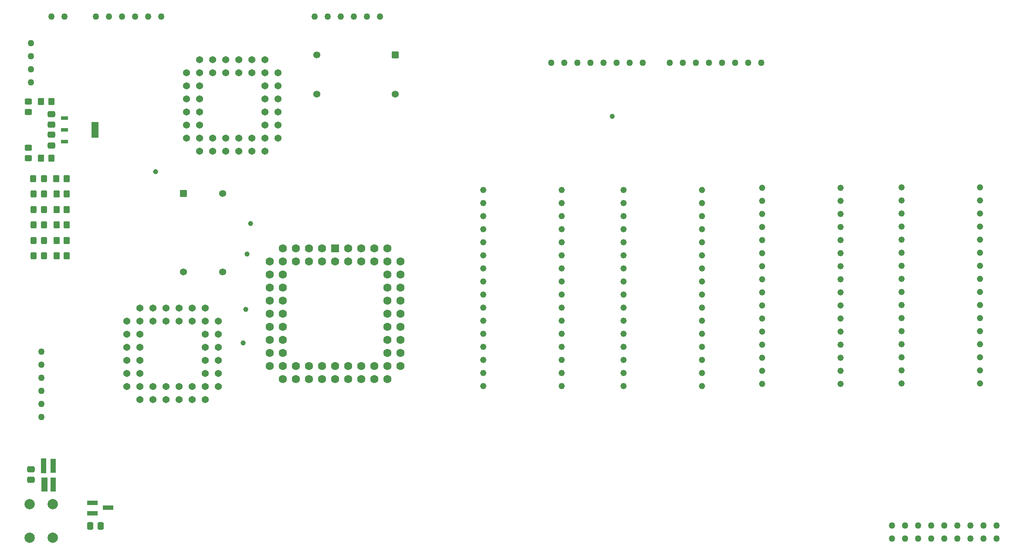
<source format=gbr>
%TF.GenerationSoftware,KiCad,Pcbnew,(6.0.0)*%
%TF.CreationDate,2024-06-19T19:19:11-04:00*%
%TF.ProjectId,MCD_Rev2,4d43445f-5265-4763-922e-6b696361645f,rev?*%
%TF.SameCoordinates,Original*%
%TF.FileFunction,Soldermask,Top*%
%TF.FilePolarity,Negative*%
%FSLAX46Y46*%
G04 Gerber Fmt 4.6, Leading zero omitted, Abs format (unit mm)*
G04 Created by KiCad (PCBNEW (6.0.0)) date 2024-06-19 19:19:11*
%MOMM*%
%LPD*%
G01*
G04 APERTURE LIST*
G04 Aperture macros list*
%AMRoundRect*
0 Rectangle with rounded corners*
0 $1 Rounding radius*
0 $2 $3 $4 $5 $6 $7 $8 $9 X,Y pos of 4 corners*
0 Add a 4 corners polygon primitive as box body*
4,1,4,$2,$3,$4,$5,$6,$7,$8,$9,$2,$3,0*
0 Add four circle primitives for the rounded corners*
1,1,$1+$1,$2,$3*
1,1,$1+$1,$4,$5*
1,1,$1+$1,$6,$7*
1,1,$1+$1,$8,$9*
0 Add four rect primitives between the rounded corners*
20,1,$1+$1,$2,$3,$4,$5,0*
20,1,$1+$1,$4,$5,$6,$7,0*
20,1,$1+$1,$6,$7,$8,$9,0*
20,1,$1+$1,$8,$9,$2,$3,0*%
%AMOutline4P*
0 Free polygon, 4 corners , with rotation*
0 The origin of the aperture is its center*
0 number of corners: always 4*
0 $1 to $8 corner X, Y*
0 $9 Rotation angle, in degrees counterclockwise*
0 create outline with 4 corners*
4,1,4,$1,$2,$3,$4,$5,$6,$7,$8,$1,$2,$9*%
G04 Aperture macros list end*
%ADD10C,1.000000*%
%ADD11C,1.270000*%
%ADD12R,2.032000X0.878794*%
%ADD13R,2.032000X0.878796*%
%ADD14R,2.032000X0.965200*%
%ADD15RoundRect,0.250000X-0.325000X-0.450000X0.325000X-0.450000X0.325000X0.450000X-0.325000X0.450000X0*%
%ADD16C,1.244600*%
%ADD17RoundRect,0.250000X0.350000X0.450000X-0.350000X0.450000X-0.350000X-0.450000X0.350000X-0.450000X0*%
%ADD18RoundRect,0.250000X0.450000X-0.325000X0.450000X0.325000X-0.450000X0.325000X-0.450000X-0.325000X0*%
%ADD19R,1.200000X2.800000*%
%ADD20R,1.000000X2.800000*%
%ADD21Outline4P,-0.500000X-1.400000X0.500000X-1.400000X0.500000X1.400000X-0.500000X1.400000X0.000000*%
%ADD22C,2.000000*%
%ADD23R,1.456400X0.800000*%
%ADD24R,1.456400X3.099999*%
%ADD25C,1.371600*%
%ADD26RoundRect,0.250000X0.475000X-0.337500X0.475000X0.337500X-0.475000X0.337500X-0.475000X-0.337500X0*%
%ADD27RoundRect,0.102000X0.579000X0.579000X-0.579000X0.579000X-0.579000X-0.579000X0.579000X-0.579000X0*%
%ADD28C,1.362000*%
%ADD29RoundRect,0.250000X-0.475000X0.337500X-0.475000X-0.337500X0.475000X-0.337500X0.475000X0.337500X0*%
%ADD30RoundRect,0.102000X-0.579000X0.579000X-0.579000X-0.579000X0.579000X-0.579000X0.579000X0.579000X0*%
%ADD31RoundRect,0.250000X-0.337500X-0.475000X0.337500X-0.475000X0.337500X0.475000X-0.337500X0.475000X0*%
%ADD32RoundRect,0.250000X-0.450000X0.325000X-0.450000X-0.325000X0.450000X-0.325000X0.450000X0.325000X0*%
%ADD33RoundRect,0.102000X-0.700000X-0.700000X0.700000X-0.700000X0.700000X0.700000X-0.700000X0.700000X0*%
%ADD34C,1.604000*%
G04 APERTURE END LIST*
D10*
%TO.C,R/W*%
X218500000Y-98000000D03*
%TD*%
%TO.C,LDS*%
X147500000Y-124750000D03*
%TD*%
%TO.C,UDS*%
X148250000Y-118750000D03*
%TD*%
%TO.C,BERR*%
X146750000Y-142000000D03*
%TD*%
%TO.C,RESET*%
X129750000Y-108750000D03*
%TD*%
%TO.C,HALT*%
X147250000Y-135500000D03*
%TD*%
D11*
%TO.C,J8*%
X130867123Y-78570000D03*
X128327123Y-78570000D03*
X125787123Y-78570000D03*
X123247123Y-78570000D03*
X120707123Y-78570000D03*
X118167123Y-78570000D03*
%TD*%
D12*
%TO.C,U10*%
X117442323Y-173054000D03*
D13*
X117442323Y-175086000D03*
D14*
X120541123Y-174019200D03*
%TD*%
D15*
%TO.C,D5*%
X106017123Y-119070000D03*
X108067123Y-119070000D03*
%TD*%
D16*
%TO.C,U4*%
X208667123Y-150370000D03*
X208667123Y-147830000D03*
X208667123Y-145290000D03*
X208667123Y-142750000D03*
X208667123Y-140210000D03*
X208667123Y-137670000D03*
X208667123Y-135130000D03*
X208667123Y-132590000D03*
X208667123Y-130050000D03*
X208667123Y-127510000D03*
X208667123Y-124970000D03*
X208667123Y-122430000D03*
X208667123Y-119890000D03*
X208667123Y-117350000D03*
X208667123Y-114810000D03*
X208667123Y-112270000D03*
X193427123Y-112270000D03*
X193427123Y-114810000D03*
X193427123Y-117350000D03*
X193427123Y-119890000D03*
X193427123Y-122430000D03*
X193427123Y-124970000D03*
X193427123Y-127510000D03*
X193427123Y-130050000D03*
X193427123Y-132590000D03*
X193427123Y-135130000D03*
X193427123Y-137670000D03*
X193427123Y-140210000D03*
X193427123Y-142750000D03*
X193427123Y-145290000D03*
X193427123Y-147830000D03*
X193427123Y-150370000D03*
%TD*%
D17*
%TO.C,R21*%
X112517123Y-122070000D03*
X110517123Y-122070000D03*
%TD*%
D18*
%TO.C,D1*%
X105017123Y-97095000D03*
X105017123Y-95045000D03*
%TD*%
D11*
%TO.C,J4*%
X105517123Y-83760000D03*
X105517123Y-86300000D03*
X105517123Y-88840000D03*
X105517123Y-91380000D03*
%TD*%
D19*
%TO.C,U8*%
X108147123Y-169470000D03*
D20*
X109867123Y-169470000D03*
X109867123Y-165870000D03*
D21*
X107967123Y-165870000D03*
%TD*%
D16*
%TO.C,U3*%
X289907123Y-149870000D03*
X289907123Y-147330000D03*
X289907123Y-144790000D03*
X289907123Y-142250000D03*
X289907123Y-139710000D03*
X289907123Y-137170000D03*
X289907123Y-134630000D03*
X289907123Y-132090000D03*
X289907123Y-129550000D03*
X289907123Y-127010000D03*
X289907123Y-124470000D03*
X289907123Y-121930000D03*
X289907123Y-119390000D03*
X289907123Y-116850000D03*
X289907123Y-114310000D03*
X289907123Y-111770000D03*
X274667123Y-111770000D03*
X274667123Y-114310000D03*
X274667123Y-116850000D03*
X274667123Y-119390000D03*
X274667123Y-121930000D03*
X274667123Y-124470000D03*
X274667123Y-127010000D03*
X274667123Y-129550000D03*
X274667123Y-132090000D03*
X274667123Y-134630000D03*
X274667123Y-137170000D03*
X274667123Y-139710000D03*
X274667123Y-142250000D03*
X274667123Y-144790000D03*
X274667123Y-147330000D03*
X274667123Y-149870000D03*
%TD*%
D22*
%TO.C,SW1*%
X105267123Y-173320000D03*
X105267123Y-179820000D03*
X109767123Y-179820000D03*
X109767123Y-173320000D03*
%TD*%
D11*
%TO.C,J5*%
X107567123Y-156420000D03*
X107567123Y-153880000D03*
X107567123Y-151340000D03*
X107567123Y-148800000D03*
X107567123Y-146260000D03*
X107567123Y-143720000D03*
%TD*%
D16*
%TO.C,U5*%
X262837123Y-149910000D03*
X262837123Y-147370000D03*
X262837123Y-144830000D03*
X262837123Y-142290000D03*
X262837123Y-139750000D03*
X262837123Y-137210000D03*
X262837123Y-134670000D03*
X262837123Y-132130000D03*
X262837123Y-129590000D03*
X262837123Y-127050000D03*
X262837123Y-124510000D03*
X262837123Y-121970000D03*
X262837123Y-119430000D03*
X262837123Y-116890000D03*
X262837123Y-114350000D03*
X262837123Y-111810000D03*
X247597123Y-111810000D03*
X247597123Y-114350000D03*
X247597123Y-116890000D03*
X247597123Y-119430000D03*
X247597123Y-121970000D03*
X247597123Y-124510000D03*
X247597123Y-127050000D03*
X247597123Y-129590000D03*
X247597123Y-132130000D03*
X247597123Y-134670000D03*
X247597123Y-137210000D03*
X247597123Y-139750000D03*
X247597123Y-142290000D03*
X247597123Y-144830000D03*
X247597123Y-147370000D03*
X247597123Y-149910000D03*
%TD*%
%TO.C,U2*%
X235907123Y-150370000D03*
X235907123Y-147830000D03*
X235907123Y-145290000D03*
X235907123Y-142750000D03*
X235907123Y-140210000D03*
X235907123Y-137670000D03*
X235907123Y-135130000D03*
X235907123Y-132590000D03*
X235907123Y-130050000D03*
X235907123Y-127510000D03*
X235907123Y-124970000D03*
X235907123Y-122430000D03*
X235907123Y-119890000D03*
X235907123Y-117350000D03*
X235907123Y-114810000D03*
X235907123Y-112270000D03*
X220667123Y-112270000D03*
X220667123Y-114810000D03*
X220667123Y-117350000D03*
X220667123Y-119890000D03*
X220667123Y-122430000D03*
X220667123Y-124970000D03*
X220667123Y-127510000D03*
X220667123Y-130050000D03*
X220667123Y-132590000D03*
X220667123Y-135130000D03*
X220667123Y-137670000D03*
X220667123Y-140210000D03*
X220667123Y-142750000D03*
X220667123Y-145290000D03*
X220667123Y-147830000D03*
X220667123Y-150370000D03*
%TD*%
D15*
%TO.C,D4*%
X106017123Y-116070000D03*
X108067123Y-116070000D03*
%TD*%
D17*
%TO.C,R23*%
X109517123Y-106070000D03*
X107517123Y-106070000D03*
%TD*%
D23*
%TO.C,U7*%
X112042923Y-98270000D03*
X112042923Y-100570000D03*
X112042923Y-102870000D03*
D24*
X117991323Y-100570000D03*
%TD*%
D25*
%TO.C,U6*%
X145937123Y-89520000D03*
X143397123Y-86980000D03*
X143397123Y-89520000D03*
X140857123Y-86980000D03*
X140857123Y-89520000D03*
X138317123Y-86980000D03*
X135777123Y-89520000D03*
X138317123Y-89520000D03*
X135777123Y-92060000D03*
X138317123Y-92060000D03*
X135777123Y-94600000D03*
X138317123Y-94600000D03*
X135777123Y-97140000D03*
X138317123Y-97140000D03*
X135777123Y-99680000D03*
X138317123Y-99680000D03*
X135777123Y-102220000D03*
X138317123Y-104760000D03*
X138317123Y-102220000D03*
X140857123Y-104760000D03*
X140857123Y-102220000D03*
X143397123Y-104760000D03*
X143397123Y-102220000D03*
X145937123Y-104760000D03*
X145937123Y-102220000D03*
X148477123Y-104760000D03*
X148477123Y-102220000D03*
X151017123Y-104760000D03*
X153557123Y-102220000D03*
X151017123Y-102220000D03*
X153557123Y-99680000D03*
X151017123Y-99680000D03*
X153557123Y-97140000D03*
X151017123Y-97140000D03*
X153557123Y-94600000D03*
X151017123Y-94600000D03*
X153557123Y-92060000D03*
X151017123Y-92060000D03*
X153557123Y-89520000D03*
X151017123Y-86980000D03*
X151017123Y-89520000D03*
X148477123Y-86980000D03*
X148477123Y-89520000D03*
X145937123Y-86980000D03*
%TD*%
D15*
%TO.C,D7*%
X106017123Y-125070000D03*
X108067123Y-125070000D03*
%TD*%
D11*
%TO.C,J3*%
X293177123Y-177501105D03*
X293177123Y-180041105D03*
X290637123Y-177501105D03*
X290637123Y-180041105D03*
X288097123Y-177501105D03*
X288097123Y-180041105D03*
X285557123Y-177501105D03*
X285557123Y-180041105D03*
X283017123Y-177501105D03*
X283017123Y-180041105D03*
X280477123Y-177501105D03*
X280477123Y-180041105D03*
X277937123Y-177501105D03*
X277937123Y-180041105D03*
X275397123Y-177501105D03*
X275397123Y-180041105D03*
X272857123Y-177501105D03*
X272857123Y-180041105D03*
%TD*%
D26*
%TO.C,C19*%
X109517123Y-103607500D03*
X109517123Y-101532500D03*
%TD*%
D27*
%TO.C,Y1*%
X176287123Y-86060000D03*
D28*
X161047123Y-86060000D03*
X161047123Y-93680000D03*
X176287123Y-93680000D03*
%TD*%
D15*
%TO.C,D2*%
X105992123Y-110070000D03*
X108042123Y-110070000D03*
%TD*%
D11*
%TO.C,J1*%
X206627123Y-87570000D03*
X209167123Y-87570000D03*
X211707123Y-87570000D03*
X214247123Y-87570000D03*
X216787123Y-87570000D03*
X219327123Y-87570000D03*
X221867123Y-87570000D03*
X224407123Y-87570000D03*
%TD*%
D17*
%TO.C,R22*%
X112517123Y-125070000D03*
X110517123Y-125070000D03*
%TD*%
%TO.C,R18*%
X112517123Y-113070000D03*
X110517123Y-113070000D03*
%TD*%
D29*
%TO.C,C21*%
X105517123Y-166532500D03*
X105517123Y-168607500D03*
%TD*%
D17*
%TO.C,R17*%
X112492123Y-110070000D03*
X110492123Y-110070000D03*
%TD*%
%TO.C,R19*%
X112517123Y-116070000D03*
X110517123Y-116070000D03*
%TD*%
%TO.C,R20*%
X112517123Y-119070000D03*
X110517123Y-119070000D03*
%TD*%
D25*
%TO.C,U1*%
X134337123Y-137720000D03*
X131797123Y-135180000D03*
X131797123Y-137720000D03*
X129257123Y-135180000D03*
X129257123Y-137720000D03*
X126717123Y-135180000D03*
X124177123Y-137720000D03*
X126717123Y-137720000D03*
X124177123Y-140260000D03*
X126717123Y-140260000D03*
X124177123Y-142800000D03*
X126717123Y-142800000D03*
X124177123Y-145340000D03*
X126717123Y-145340000D03*
X124177123Y-147880000D03*
X126717123Y-147880000D03*
X124177123Y-150420000D03*
X126717123Y-152960000D03*
X126717123Y-150420000D03*
X129257123Y-152960000D03*
X129257123Y-150420000D03*
X131797123Y-152960000D03*
X131797123Y-150420000D03*
X134337123Y-152960000D03*
X134337123Y-150420000D03*
X136877123Y-152960000D03*
X136877123Y-150420000D03*
X139417123Y-152960000D03*
X141957123Y-150420000D03*
X139417123Y-150420000D03*
X141957123Y-147880000D03*
X139417123Y-147880000D03*
X141957123Y-145340000D03*
X139417123Y-145340000D03*
X141957123Y-142800000D03*
X139417123Y-142800000D03*
X141957123Y-140260000D03*
X139417123Y-140260000D03*
X141957123Y-137720000D03*
X139417123Y-135180000D03*
X139417123Y-137720000D03*
X136877123Y-135180000D03*
X136877123Y-137720000D03*
X134337123Y-135180000D03*
%TD*%
D30*
%TO.C,Y2*%
X135207123Y-112950000D03*
D28*
X135207123Y-128190000D03*
X142827123Y-128190000D03*
X142827123Y-112950000D03*
%TD*%
D11*
%TO.C,J6*%
X109477123Y-78570000D03*
X112017123Y-78570000D03*
%TD*%
D29*
%TO.C,C18*%
X109517123Y-97532500D03*
X109517123Y-99607500D03*
%TD*%
D11*
%TO.C,J2*%
X229627123Y-87570000D03*
X232167123Y-87570000D03*
X234707123Y-87570000D03*
X237247123Y-87570000D03*
X239787123Y-87570000D03*
X242327123Y-87570000D03*
X244867123Y-87570000D03*
X247407123Y-87570000D03*
%TD*%
D31*
%TO.C,C20*%
X117017123Y-177570000D03*
X119092123Y-177570000D03*
%TD*%
D15*
%TO.C,D3*%
X106017123Y-113070000D03*
X108067123Y-113070000D03*
%TD*%
D32*
%TO.C,D8*%
X105017123Y-104045000D03*
X105017123Y-106095000D03*
%TD*%
D17*
%TO.C,R16*%
X109517123Y-95070000D03*
X107517123Y-95070000D03*
%TD*%
D33*
%TO.C,U9*%
X164667633Y-123630000D03*
D34*
X164667633Y-126170000D03*
X162127633Y-123630000D03*
X162127633Y-126170000D03*
X159587633Y-123630000D03*
X159587633Y-126170000D03*
X157047633Y-123630000D03*
X157047633Y-126170000D03*
X154507633Y-123630000D03*
X151967633Y-126170000D03*
X154507633Y-126170000D03*
X151967633Y-128710000D03*
X154507633Y-128710000D03*
X151967633Y-131250000D03*
X154507633Y-131250000D03*
X151967633Y-133790000D03*
X154507633Y-133790000D03*
X151967633Y-136330000D03*
X154507633Y-136330000D03*
X151967633Y-138870000D03*
X154507633Y-138870000D03*
X151967633Y-141410000D03*
X154507633Y-141410000D03*
X151967633Y-143950000D03*
X154507633Y-143950000D03*
X151967633Y-146490000D03*
X154507633Y-149030000D03*
X154507633Y-146490000D03*
X157047633Y-149030000D03*
X157047633Y-146490000D03*
X159587633Y-149030000D03*
X159587633Y-146490000D03*
X162127633Y-149030000D03*
X162127633Y-146490000D03*
X164667633Y-149030000D03*
X164667633Y-146490000D03*
X167207633Y-149030000D03*
X167207633Y-146490000D03*
X169747633Y-149030000D03*
X169747633Y-146490000D03*
X172287633Y-149030000D03*
X172287633Y-146490000D03*
X174827633Y-149030000D03*
X177367633Y-146490000D03*
X174827633Y-146490000D03*
X177367633Y-143950000D03*
X174827633Y-143950000D03*
X177367633Y-141410000D03*
X174827633Y-141410000D03*
X177367633Y-138870000D03*
X174827633Y-138870000D03*
X177367633Y-136330000D03*
X174827633Y-136330000D03*
X177367633Y-133790000D03*
X174827633Y-133790000D03*
X177367633Y-131250000D03*
X174827633Y-131250000D03*
X177367633Y-128710000D03*
X174827633Y-128710000D03*
X177367633Y-126170000D03*
X174827633Y-123630000D03*
X174827633Y-126170000D03*
X172287633Y-123630000D03*
X172287633Y-126170000D03*
X169747633Y-123630000D03*
X169747633Y-126170000D03*
X167207633Y-123630000D03*
X167207633Y-126170000D03*
%TD*%
D15*
%TO.C,D6*%
X106017123Y-122070000D03*
X108067123Y-122070000D03*
%TD*%
D11*
%TO.C,J7*%
X173350000Y-78570000D03*
X170810000Y-78570000D03*
X168270000Y-78570000D03*
X165730000Y-78570000D03*
X163190000Y-78570000D03*
X160650000Y-78570000D03*
%TD*%
M02*

</source>
